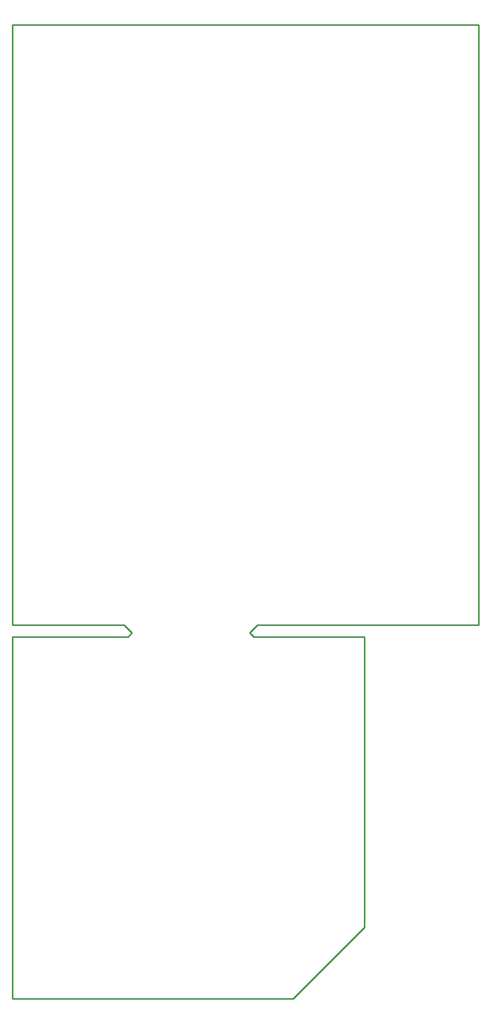
<source format=gbr>
%TF.GenerationSoftware,Altium Limited,Altium Designer,24.3.1 (35)*%
G04 Layer_Color=32896*
%FSLAX25Y25*%
%MOIN*%
%TF.SameCoordinates,1C50E6C9-DA4A-4B26-87AC-B265A0C711DB*%
%TF.FilePolarity,Positive*%
%TF.FileFunction,Other,Board_Outline*%
%TF.Part,Single*%
G01*
G75*
%TA.AperFunction,NonConductor*%
%ADD55C,0.01000*%
D55*
X155500Y233500D02*
X227000D01*
X153000Y236000D02*
X155500Y233500D01*
X153000Y236000D02*
X158000Y241000D01*
X300700D01*
Y601100D01*
Y628000D01*
X0D02*
X300700D01*
X0Y241000D02*
Y628000D01*
Y241000D02*
X72000D01*
X77000Y236000D01*
X74500Y233500D02*
X77000Y236000D01*
X0Y233500D02*
X74500D01*
X0Y0D02*
Y233500D01*
Y0D02*
X181000D01*
X227000Y46000D01*
Y233500D01*
X226500D02*
X227000D01*
%TF.MD5,e2b38e47367b552b58ac5819f27b3b0d*%
M02*

</source>
